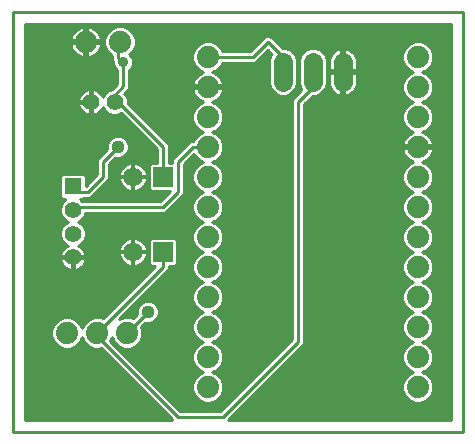
<source format=gtl>
G75*
G70*
%OFA0B0*%
%FSLAX24Y24*%
%IPPOS*%
%LPD*%
%AMOC8*
5,1,8,0,0,1.08239X$1,22.5*
%
%ADD10C,0.0100*%
%ADD11C,0.0740*%
%ADD12C,0.0640*%
%ADD13R,0.0650X0.0650*%
%ADD14C,0.0650*%
%ADD15C,0.0560*%
%ADD16R,0.0555X0.0555*%
%ADD17C,0.0555*%
%ADD18C,0.0440*%
%ADD19C,0.0360*%
D10*
X000300Y000325D02*
X015300Y000325D01*
X015300Y014325D01*
X000300Y014325D01*
X000300Y000325D01*
X000700Y000725D02*
X000700Y013925D01*
X014900Y013925D01*
X014900Y000725D01*
X007483Y000725D01*
X009883Y003125D01*
X010000Y003242D01*
X010000Y011242D01*
X010293Y011535D01*
X010393Y011535D01*
X010566Y011607D01*
X010698Y011739D01*
X010770Y011912D01*
X010770Y012738D01*
X010698Y012911D01*
X010566Y013043D01*
X010393Y013115D01*
X010207Y013115D01*
X010034Y013043D01*
X009902Y012911D01*
X009830Y012738D01*
X009830Y011912D01*
X009902Y011739D01*
X009916Y011724D01*
X009600Y011408D01*
X009600Y003408D01*
X007217Y001025D01*
X005883Y001025D01*
X003552Y003356D01*
X003600Y003473D01*
X003659Y003330D01*
X003805Y003184D01*
X003997Y003105D01*
X004203Y003105D01*
X004395Y003184D01*
X004541Y003330D01*
X004620Y003522D01*
X004620Y003728D01*
X004581Y003823D01*
X004717Y003959D01*
X004726Y003955D01*
X004874Y003955D01*
X005010Y004011D01*
X005114Y004115D01*
X005170Y004251D01*
X005170Y004399D01*
X005114Y004535D01*
X005010Y004639D01*
X004874Y004695D01*
X004726Y004695D01*
X004590Y004639D01*
X004486Y004535D01*
X004430Y004399D01*
X004430Y004251D01*
X004434Y004242D01*
X004298Y004106D01*
X004203Y004145D01*
X003997Y004145D01*
X003837Y004079D01*
X005383Y005625D01*
X005500Y005742D01*
X005500Y005850D01*
X005687Y005850D01*
X005775Y005938D01*
X005775Y006712D01*
X005687Y006800D01*
X004913Y006800D01*
X004825Y006712D01*
X004825Y005938D01*
X004913Y005850D01*
X005042Y005850D01*
X003298Y004106D01*
X003203Y004145D01*
X002997Y004145D01*
X002805Y004066D01*
X002659Y003920D01*
X002600Y003777D01*
X002541Y003920D01*
X002395Y004066D01*
X002203Y004145D01*
X001997Y004145D01*
X001805Y004066D01*
X001659Y003920D01*
X001580Y003728D01*
X001580Y003522D01*
X001659Y003330D01*
X001805Y003184D01*
X001997Y003105D01*
X002203Y003105D01*
X002395Y003184D01*
X002541Y003330D01*
X002600Y003473D01*
X002659Y003330D01*
X002805Y003184D01*
X002997Y003105D01*
X003203Y003105D01*
X003227Y003115D01*
X005600Y000742D01*
X005617Y000725D01*
X000700Y000725D01*
X000700Y000818D02*
X005525Y000818D01*
X005426Y000916D02*
X000700Y000916D01*
X000700Y001015D02*
X005328Y001015D01*
X005229Y001113D02*
X000700Y001113D01*
X000700Y001212D02*
X005131Y001212D01*
X005032Y001310D02*
X000700Y001310D01*
X000700Y001409D02*
X004934Y001409D01*
X004835Y001507D02*
X000700Y001507D01*
X000700Y001606D02*
X004737Y001606D01*
X004638Y001704D02*
X000700Y001704D01*
X000700Y001803D02*
X004540Y001803D01*
X004441Y001901D02*
X000700Y001901D01*
X000700Y002000D02*
X004343Y002000D01*
X004244Y002098D02*
X000700Y002098D01*
X000700Y002197D02*
X004146Y002197D01*
X004047Y002295D02*
X000700Y002295D01*
X000700Y002394D02*
X003949Y002394D01*
X003850Y002492D02*
X000700Y002492D01*
X000700Y002591D02*
X003752Y002591D01*
X003653Y002689D02*
X000700Y002689D01*
X000700Y002788D02*
X003555Y002788D01*
X003456Y002886D02*
X000700Y002886D01*
X000700Y002985D02*
X003358Y002985D01*
X003259Y003083D02*
X000700Y003083D01*
X000700Y003182D02*
X001812Y003182D01*
X001710Y003280D02*
X000700Y003280D01*
X000700Y003379D02*
X001639Y003379D01*
X001598Y003477D02*
X000700Y003477D01*
X000700Y003576D02*
X001580Y003576D01*
X001580Y003674D02*
X000700Y003674D01*
X000700Y003773D02*
X001598Y003773D01*
X001639Y003871D02*
X000700Y003871D01*
X000700Y003970D02*
X001709Y003970D01*
X001811Y004068D02*
X000700Y004068D01*
X000700Y004167D02*
X003359Y004167D01*
X003457Y004265D02*
X000700Y004265D01*
X000700Y004364D02*
X003556Y004364D01*
X003654Y004462D02*
X000700Y004462D01*
X000700Y004561D02*
X003753Y004561D01*
X003851Y004659D02*
X000700Y004659D01*
X000700Y004758D02*
X003950Y004758D01*
X004048Y004856D02*
X000700Y004856D01*
X000700Y004955D02*
X004147Y004955D01*
X004245Y005053D02*
X000700Y005053D01*
X000700Y005152D02*
X004344Y005152D01*
X004442Y005250D02*
X000700Y005250D01*
X000700Y005349D02*
X004541Y005349D01*
X004639Y005447D02*
X000700Y005447D01*
X000700Y005546D02*
X004738Y005546D01*
X004836Y005644D02*
X000700Y005644D01*
X000700Y005743D02*
X002152Y005743D01*
X002136Y005748D02*
X002200Y005727D01*
X002266Y005716D01*
X002271Y005716D01*
X002271Y006115D01*
X001873Y006115D01*
X001873Y006110D01*
X001883Y006044D01*
X001904Y005980D01*
X001934Y005920D01*
X001974Y005865D01*
X002022Y005818D01*
X002076Y005778D01*
X002136Y005748D01*
X002271Y005743D02*
X002329Y005743D01*
X002329Y005716D02*
X002334Y005716D01*
X002400Y005727D01*
X002464Y005748D01*
X002524Y005778D01*
X002578Y005818D01*
X002626Y005865D01*
X002666Y005920D01*
X002696Y005980D01*
X002717Y006044D01*
X002727Y006110D01*
X002727Y006115D01*
X002329Y006115D01*
X002329Y006173D01*
X002727Y006173D01*
X002727Y006178D01*
X002717Y006244D01*
X002696Y006308D01*
X002666Y006368D01*
X002626Y006422D01*
X002578Y006470D01*
X002524Y006510D01*
X002468Y006538D01*
X002542Y006569D01*
X002662Y006689D01*
X002727Y006846D01*
X002727Y007016D01*
X002662Y007173D01*
X002542Y007294D01*
X002467Y007325D01*
X002542Y007356D01*
X002662Y007477D01*
X002724Y007625D01*
X005383Y007625D01*
X005883Y008125D01*
X006000Y008242D01*
X006000Y009242D01*
X006338Y009581D01*
X006359Y009530D01*
X006505Y009384D01*
X006648Y009325D01*
X006505Y009266D01*
X006359Y009120D01*
X006280Y008928D01*
X006280Y008722D01*
X006359Y008530D01*
X006505Y008384D01*
X006648Y008325D01*
X006505Y008266D01*
X006359Y008120D01*
X006280Y007928D01*
X006280Y007722D01*
X006359Y007530D01*
X006505Y007384D01*
X006648Y007325D01*
X006505Y007266D01*
X006359Y007120D01*
X006280Y006928D01*
X006280Y006722D01*
X006359Y006530D01*
X006505Y006384D01*
X006648Y006325D01*
X006505Y006266D01*
X006359Y006120D01*
X006280Y005928D01*
X006280Y005722D01*
X006359Y005530D01*
X006505Y005384D01*
X006648Y005325D01*
X006505Y005266D01*
X006359Y005120D01*
X006280Y004928D01*
X006280Y004722D01*
X006359Y004530D01*
X006505Y004384D01*
X006648Y004325D01*
X006505Y004266D01*
X006359Y004120D01*
X006280Y003928D01*
X006280Y003722D01*
X006359Y003530D01*
X006505Y003384D01*
X006648Y003325D01*
X006505Y003266D01*
X006359Y003120D01*
X006280Y002928D01*
X006280Y002722D01*
X006359Y002530D01*
X006505Y002384D01*
X006648Y002325D01*
X006505Y002266D01*
X006359Y002120D01*
X006280Y001928D01*
X006280Y001722D01*
X006359Y001530D01*
X006505Y001384D01*
X006697Y001305D01*
X006903Y001305D01*
X007095Y001384D01*
X007241Y001530D01*
X007320Y001722D01*
X007320Y001928D01*
X007241Y002120D01*
X007095Y002266D01*
X006952Y002325D01*
X007095Y002384D01*
X007241Y002530D01*
X007320Y002722D01*
X007320Y002928D01*
X007241Y003120D01*
X007095Y003266D01*
X006952Y003325D01*
X007095Y003384D01*
X007241Y003530D01*
X007320Y003722D01*
X007320Y003928D01*
X007241Y004120D01*
X007095Y004266D01*
X006952Y004325D01*
X007095Y004384D01*
X007241Y004530D01*
X007320Y004722D01*
X007320Y004928D01*
X007241Y005120D01*
X007095Y005266D01*
X006952Y005325D01*
X007095Y005384D01*
X007241Y005530D01*
X007320Y005722D01*
X007320Y005928D01*
X007241Y006120D01*
X007095Y006266D01*
X006952Y006325D01*
X007095Y006384D01*
X007241Y006530D01*
X007320Y006722D01*
X007320Y006928D01*
X007241Y007120D01*
X007095Y007266D01*
X006952Y007325D01*
X007095Y007384D01*
X007241Y007530D01*
X007320Y007722D01*
X007320Y007928D01*
X007241Y008120D01*
X007095Y008266D01*
X006952Y008325D01*
X007095Y008384D01*
X007241Y008530D01*
X007320Y008722D01*
X007320Y008928D01*
X007241Y009120D01*
X007095Y009266D01*
X006952Y009325D01*
X007095Y009384D01*
X007241Y009530D01*
X007320Y009722D01*
X007320Y009928D01*
X007241Y010120D01*
X007095Y010266D01*
X006952Y010325D01*
X007095Y010384D01*
X007241Y010530D01*
X007320Y010722D01*
X007320Y010928D01*
X007241Y011120D01*
X007095Y011266D01*
X006948Y011326D01*
X007000Y011343D01*
X007073Y011380D01*
X007139Y011428D01*
X007197Y011486D01*
X007245Y011552D01*
X007282Y011625D01*
X007307Y011703D01*
X007319Y011775D01*
X006850Y011775D01*
X006850Y011875D01*
X007319Y011875D01*
X007307Y011947D01*
X007282Y012025D01*
X007245Y012098D01*
X007197Y012164D01*
X007139Y012222D01*
X007073Y012270D01*
X007000Y012307D01*
X006948Y012324D01*
X007095Y012384D01*
X007241Y012530D01*
X007280Y012625D01*
X008383Y012625D01*
X008800Y013042D01*
X008916Y012926D01*
X008902Y012911D01*
X008830Y012738D01*
X008830Y011912D01*
X008902Y011739D01*
X009034Y011607D01*
X009207Y011535D01*
X009393Y011535D01*
X009566Y011607D01*
X009698Y011739D01*
X009770Y011912D01*
X009770Y012738D01*
X009698Y012911D01*
X009566Y013043D01*
X009393Y013115D01*
X009293Y013115D01*
X008883Y013525D01*
X008717Y013525D01*
X008600Y013408D01*
X008217Y013025D01*
X007280Y013025D01*
X007241Y013120D01*
X007095Y013266D01*
X006903Y013345D01*
X006697Y013345D01*
X006505Y013266D01*
X006359Y013120D01*
X006280Y012928D01*
X006280Y012722D01*
X006359Y012530D01*
X006505Y012384D01*
X006652Y012324D01*
X006600Y012307D01*
X006527Y012270D01*
X006461Y012222D01*
X006403Y012164D01*
X006355Y012098D01*
X006318Y012025D01*
X006293Y011947D01*
X006281Y011875D01*
X006750Y011875D01*
X006750Y011775D01*
X006281Y011775D01*
X006293Y011703D01*
X006318Y011625D01*
X006355Y011552D01*
X006403Y011486D01*
X006461Y011428D01*
X006527Y011380D01*
X006600Y011343D01*
X006652Y011326D01*
X006505Y011266D01*
X006359Y011120D01*
X006280Y010928D01*
X006280Y010722D01*
X006359Y010530D01*
X006505Y010384D01*
X006648Y010325D01*
X006505Y010266D01*
X006359Y010120D01*
X006320Y010025D01*
X006217Y010025D01*
X005600Y009408D01*
X005600Y009300D01*
X005500Y009300D01*
X005500Y009908D01*
X004124Y011284D01*
X004124Y011411D01*
X004058Y011569D01*
X004022Y011604D01*
X004063Y011645D01*
X004180Y011762D01*
X004180Y012378D01*
X004260Y012458D01*
X004310Y012579D01*
X004310Y012711D01*
X004260Y012832D01*
X004186Y012906D01*
X004311Y013030D01*
X004390Y013222D01*
X004390Y013428D01*
X004311Y013620D01*
X004165Y013766D01*
X003973Y013845D01*
X003767Y013845D01*
X003575Y013766D01*
X003429Y013620D01*
X003350Y013428D01*
X003350Y013222D01*
X003429Y013030D01*
X003575Y012884D01*
X003620Y012866D01*
X003620Y012722D01*
X003650Y012692D01*
X003650Y012579D01*
X003700Y012458D01*
X003780Y012378D01*
X003780Y011928D01*
X003606Y011754D01*
X003450Y011690D01*
X003329Y011569D01*
X003300Y011499D01*
X003274Y011550D01*
X003234Y011605D01*
X003186Y011653D01*
X003132Y011693D01*
X003071Y011723D01*
X003007Y011744D01*
X002940Y011755D01*
X002935Y011755D01*
X002935Y011354D01*
X002878Y011354D01*
X002878Y011755D01*
X002872Y011755D01*
X002806Y011744D01*
X002741Y011723D01*
X002681Y011693D01*
X002626Y011653D01*
X002578Y011605D01*
X002539Y011550D01*
X002508Y011490D01*
X002487Y011426D01*
X002476Y011359D01*
X002476Y011354D01*
X002878Y011354D01*
X002878Y011296D01*
X002935Y011296D01*
X002935Y010895D01*
X002940Y010895D01*
X003007Y010906D01*
X003071Y010927D01*
X003132Y010957D01*
X003186Y010997D01*
X003234Y011045D01*
X003274Y011100D01*
X003300Y011151D01*
X003329Y011081D01*
X003450Y010960D01*
X003608Y010895D01*
X003779Y010895D01*
X003898Y010944D01*
X005100Y009742D01*
X005100Y009300D01*
X004913Y009300D01*
X004825Y009212D01*
X004825Y008438D01*
X004913Y008350D01*
X005542Y008350D01*
X005217Y008025D01*
X002598Y008025D01*
X002545Y008079D01*
X002640Y008079D01*
X002686Y008125D01*
X002883Y008125D01*
X003383Y008625D01*
X003500Y008742D01*
X003500Y009242D01*
X003717Y009459D01*
X003726Y009455D01*
X003874Y009455D01*
X004010Y009511D01*
X004114Y009615D01*
X004170Y009751D01*
X004170Y009899D01*
X004114Y010035D01*
X004010Y010139D01*
X003874Y010195D01*
X003726Y010195D01*
X003590Y010139D01*
X003486Y010035D01*
X003430Y009899D01*
X003430Y009751D01*
X003434Y009742D01*
X003100Y009408D01*
X003100Y008908D01*
X002727Y008535D01*
X002727Y008846D01*
X002640Y008934D01*
X001960Y008934D01*
X001873Y008846D01*
X001873Y008166D01*
X001960Y008079D01*
X002055Y008079D01*
X001938Y007961D01*
X001873Y007804D01*
X001873Y007634D01*
X001938Y007477D01*
X002058Y007356D01*
X002133Y007325D01*
X002058Y007294D01*
X001938Y007173D01*
X001873Y007016D01*
X001873Y006846D01*
X001938Y006689D01*
X002058Y006569D01*
X002132Y006538D01*
X002076Y006510D01*
X002022Y006470D01*
X001974Y006422D01*
X001934Y006368D01*
X001904Y006308D01*
X001883Y006244D01*
X001873Y006178D01*
X001873Y006173D01*
X002271Y006173D01*
X002271Y006115D01*
X002329Y006115D01*
X002329Y005716D01*
X002448Y005743D02*
X004935Y005743D01*
X005033Y005841D02*
X002602Y005841D01*
X002676Y005940D02*
X004022Y005940D01*
X004051Y005919D02*
X004118Y005885D01*
X004189Y005862D01*
X004263Y005850D01*
X004281Y005850D01*
X004281Y006306D01*
X004319Y006306D01*
X004319Y006344D01*
X004775Y006344D01*
X004775Y006362D01*
X004763Y006436D01*
X004740Y006507D01*
X004706Y006574D01*
X004662Y006634D01*
X004609Y006687D01*
X004549Y006731D01*
X004482Y006765D01*
X004411Y006788D01*
X004337Y006800D01*
X004319Y006800D01*
X004319Y006344D01*
X004281Y006344D01*
X004281Y006800D01*
X004263Y006800D01*
X004189Y006788D01*
X004118Y006765D01*
X004051Y006731D01*
X003991Y006687D01*
X003938Y006634D01*
X003894Y006574D01*
X003860Y006507D01*
X003837Y006436D01*
X003825Y006362D01*
X003825Y006344D01*
X004281Y006344D01*
X004281Y006306D01*
X003825Y006306D01*
X003825Y006288D01*
X003837Y006214D01*
X003860Y006143D01*
X003894Y006076D01*
X003938Y006016D01*
X003991Y005963D01*
X004051Y005919D01*
X003921Y006038D02*
X002715Y006038D01*
X002718Y006235D02*
X003833Y006235D01*
X003863Y006137D02*
X002329Y006137D01*
X002271Y006137D02*
X000700Y006137D01*
X000700Y006235D02*
X001882Y006235D01*
X001917Y006334D02*
X000700Y006334D01*
X000700Y006432D02*
X001984Y006432D01*
X002117Y006531D02*
X000700Y006531D01*
X000700Y006629D02*
X001998Y006629D01*
X001922Y006728D02*
X000700Y006728D01*
X000700Y006826D02*
X001881Y006826D01*
X001873Y006925D02*
X000700Y006925D01*
X000700Y007023D02*
X001875Y007023D01*
X001916Y007122D02*
X000700Y007122D01*
X000700Y007220D02*
X001984Y007220D01*
X002118Y007319D02*
X000700Y007319D01*
X000700Y007417D02*
X001997Y007417D01*
X001921Y007516D02*
X000700Y007516D01*
X000700Y007614D02*
X001881Y007614D01*
X001873Y007713D02*
X000700Y007713D01*
X000700Y007811D02*
X001876Y007811D01*
X001916Y007910D02*
X000700Y007910D01*
X000700Y008008D02*
X001985Y008008D01*
X001932Y008107D02*
X000700Y008107D01*
X000700Y008205D02*
X001873Y008205D01*
X001873Y008304D02*
X000700Y008304D01*
X000700Y008402D02*
X001873Y008402D01*
X001873Y008501D02*
X000700Y008501D01*
X000700Y008599D02*
X001873Y008599D01*
X001873Y008698D02*
X000700Y008698D01*
X000700Y008796D02*
X001873Y008796D01*
X001921Y008895D02*
X000700Y008895D01*
X000700Y008993D02*
X003100Y008993D01*
X003100Y009092D02*
X000700Y009092D01*
X000700Y009190D02*
X003100Y009190D01*
X003100Y009289D02*
X000700Y009289D01*
X000700Y009387D02*
X003100Y009387D01*
X003178Y009486D02*
X000700Y009486D01*
X000700Y009584D02*
X003276Y009584D01*
X003375Y009683D02*
X000700Y009683D01*
X000700Y009781D02*
X003430Y009781D01*
X003430Y009880D02*
X000700Y009880D01*
X000700Y009978D02*
X003463Y009978D01*
X003528Y010077D02*
X000700Y010077D01*
X000700Y010175D02*
X003678Y010175D01*
X003922Y010175D02*
X004667Y010175D01*
X004569Y010274D02*
X000700Y010274D01*
X000700Y010372D02*
X004470Y010372D01*
X004372Y010471D02*
X000700Y010471D01*
X000700Y010569D02*
X004273Y010569D01*
X004175Y010668D02*
X000700Y010668D01*
X000700Y010766D02*
X004076Y010766D01*
X003978Y010865D02*
X000700Y010865D01*
X000700Y010963D02*
X002673Y010963D01*
X002681Y010957D02*
X002741Y010927D01*
X002806Y010906D01*
X002872Y010895D01*
X002878Y010895D01*
X002878Y011296D01*
X002476Y011296D01*
X002476Y011291D01*
X002487Y011224D01*
X002508Y011160D01*
X002539Y011100D01*
X002578Y011045D01*
X002626Y010997D01*
X002681Y010957D01*
X002566Y011062D02*
X000700Y011062D01*
X000700Y011160D02*
X002508Y011160D01*
X002481Y011259D02*
X000700Y011259D01*
X000700Y011357D02*
X002476Y011357D01*
X002497Y011456D02*
X000700Y011456D01*
X000700Y011554D02*
X002541Y011554D01*
X002626Y011653D02*
X000700Y011653D01*
X000700Y011751D02*
X002847Y011751D01*
X002878Y011751D02*
X002935Y011751D01*
X002965Y011751D02*
X003599Y011751D01*
X003702Y011850D02*
X000700Y011850D01*
X000700Y011948D02*
X003780Y011948D01*
X003780Y012047D02*
X000700Y012047D01*
X000700Y012145D02*
X003780Y012145D01*
X003780Y012244D02*
X000700Y012244D01*
X000700Y012342D02*
X003780Y012342D01*
X003718Y012441D02*
X000700Y012441D01*
X000700Y012539D02*
X003667Y012539D01*
X003650Y012638D02*
X000700Y012638D01*
X000700Y012736D02*
X003620Y012736D01*
X003620Y012835D02*
X002903Y012835D01*
X002930Y012843D02*
X003003Y012880D01*
X003069Y012928D01*
X003127Y012986D01*
X003175Y013052D01*
X003212Y013125D01*
X003237Y013203D01*
X003249Y013275D01*
X002780Y013275D01*
X002780Y013375D01*
X002680Y013375D01*
X002680Y013844D01*
X002608Y013832D01*
X002530Y013807D01*
X002457Y013770D01*
X002391Y013722D01*
X002333Y013664D01*
X002285Y013598D01*
X002248Y013525D01*
X002223Y013447D01*
X002211Y013375D01*
X002680Y013375D01*
X002680Y013275D01*
X002211Y013275D01*
X002223Y013203D01*
X002248Y013125D01*
X002285Y013052D01*
X002333Y012986D01*
X002391Y012928D01*
X002457Y012880D01*
X002530Y012843D01*
X002608Y012818D01*
X002680Y012806D01*
X002680Y013275D01*
X002780Y013275D01*
X002780Y012806D01*
X002852Y012818D01*
X002930Y012843D01*
X002780Y012835D02*
X002680Y012835D01*
X002680Y012933D02*
X002780Y012933D01*
X002780Y013032D02*
X002680Y013032D01*
X002680Y013130D02*
X002780Y013130D01*
X002780Y013229D02*
X002680Y013229D01*
X002680Y013327D02*
X000700Y013327D01*
X000700Y013229D02*
X002219Y013229D01*
X002247Y013130D02*
X000700Y013130D01*
X000700Y013032D02*
X002300Y013032D01*
X002387Y012933D02*
X000700Y012933D01*
X000700Y012835D02*
X002557Y012835D01*
X003073Y012933D02*
X003527Y012933D01*
X003429Y013032D02*
X003160Y013032D01*
X003213Y013130D02*
X003388Y013130D01*
X003350Y013229D02*
X003241Y013229D01*
X003249Y013375D02*
X003237Y013447D01*
X003212Y013525D01*
X003175Y013598D01*
X003127Y013664D01*
X003069Y013722D01*
X003003Y013770D01*
X002930Y013807D01*
X002852Y013832D01*
X002780Y013844D01*
X002780Y013375D01*
X003249Y013375D01*
X003241Y013426D02*
X003350Y013426D01*
X003350Y013327D02*
X002780Y013327D01*
X002780Y013426D02*
X002680Y013426D01*
X002680Y013524D02*
X002780Y013524D01*
X002780Y013623D02*
X002680Y013623D01*
X002680Y013721D02*
X002780Y013721D01*
X002780Y013820D02*
X002680Y013820D01*
X002569Y013820D02*
X000700Y013820D01*
X000700Y013918D02*
X014900Y013918D01*
X014900Y013820D02*
X004035Y013820D01*
X004209Y013721D02*
X014900Y013721D01*
X014900Y013623D02*
X004308Y013623D01*
X004350Y013524D02*
X008716Y013524D01*
X008618Y013426D02*
X004390Y013426D01*
X004390Y013327D02*
X006653Y013327D01*
X006468Y013229D02*
X004390Y013229D01*
X004352Y013130D02*
X006370Y013130D01*
X006323Y013032D02*
X004311Y013032D01*
X004213Y012933D02*
X006282Y012933D01*
X006280Y012835D02*
X004257Y012835D01*
X004299Y012736D02*
X006280Y012736D01*
X006315Y012638D02*
X004310Y012638D01*
X004293Y012539D02*
X006356Y012539D01*
X006449Y012441D02*
X004242Y012441D01*
X004180Y012342D02*
X006607Y012342D01*
X006491Y012244D02*
X004180Y012244D01*
X004180Y012145D02*
X006390Y012145D01*
X006329Y012047D02*
X004180Y012047D01*
X004180Y011948D02*
X006293Y011948D01*
X006285Y011751D02*
X004169Y011751D01*
X004180Y011850D02*
X006750Y011850D01*
X006850Y011850D02*
X008856Y011850D01*
X008830Y011948D02*
X007307Y011948D01*
X007271Y012047D02*
X008830Y012047D01*
X008830Y012145D02*
X007210Y012145D01*
X007109Y012244D02*
X008830Y012244D01*
X008830Y012342D02*
X006993Y012342D01*
X007151Y012441D02*
X008830Y012441D01*
X008830Y012539D02*
X007244Y012539D01*
X006800Y012825D02*
X008300Y012825D01*
X008800Y013325D01*
X009300Y012825D01*
X009300Y012325D01*
X009770Y012342D02*
X009830Y012342D01*
X009830Y012244D02*
X009770Y012244D01*
X009770Y012145D02*
X009830Y012145D01*
X009830Y012047D02*
X009770Y012047D01*
X009770Y011948D02*
X009830Y011948D01*
X009856Y011850D02*
X009744Y011850D01*
X009704Y011751D02*
X009896Y011751D01*
X009845Y011653D02*
X009612Y011653D01*
X009746Y011554D02*
X009439Y011554D01*
X009648Y011456D02*
X007166Y011456D01*
X007246Y011554D02*
X009161Y011554D01*
X008988Y011653D02*
X007291Y011653D01*
X007315Y011751D02*
X008896Y011751D01*
X009600Y011357D02*
X007027Y011357D01*
X007102Y011259D02*
X009600Y011259D01*
X009600Y011160D02*
X007200Y011160D01*
X007265Y011062D02*
X009600Y011062D01*
X009600Y010963D02*
X007306Y010963D01*
X007320Y010865D02*
X009600Y010865D01*
X009600Y010766D02*
X007320Y010766D01*
X007298Y010668D02*
X009600Y010668D01*
X009600Y010569D02*
X007257Y010569D01*
X007181Y010471D02*
X009600Y010471D01*
X009600Y010372D02*
X007065Y010372D01*
X007076Y010274D02*
X009600Y010274D01*
X009600Y010175D02*
X007185Y010175D01*
X007259Y010077D02*
X009600Y010077D01*
X009600Y009978D02*
X007299Y009978D01*
X007320Y009880D02*
X009600Y009880D01*
X009600Y009781D02*
X007320Y009781D01*
X007304Y009683D02*
X009600Y009683D01*
X009600Y009584D02*
X007263Y009584D01*
X007196Y009486D02*
X009600Y009486D01*
X009600Y009387D02*
X007097Y009387D01*
X007040Y009289D02*
X009600Y009289D01*
X009600Y009190D02*
X007170Y009190D01*
X007252Y009092D02*
X009600Y009092D01*
X009600Y008993D02*
X007293Y008993D01*
X007320Y008895D02*
X009600Y008895D01*
X009600Y008796D02*
X007320Y008796D01*
X007310Y008698D02*
X009600Y008698D01*
X009600Y008599D02*
X007269Y008599D01*
X007211Y008501D02*
X009600Y008501D01*
X009600Y008402D02*
X007112Y008402D01*
X007004Y008304D02*
X009600Y008304D01*
X009600Y008205D02*
X007155Y008205D01*
X007246Y008107D02*
X009600Y008107D01*
X009600Y008008D02*
X007287Y008008D01*
X007320Y007910D02*
X009600Y007910D01*
X009600Y007811D02*
X007320Y007811D01*
X007316Y007713D02*
X009600Y007713D01*
X009600Y007614D02*
X007275Y007614D01*
X007226Y007516D02*
X009600Y007516D01*
X009600Y007417D02*
X007127Y007417D01*
X006967Y007319D02*
X009600Y007319D01*
X009600Y007220D02*
X007140Y007220D01*
X007239Y007122D02*
X009600Y007122D01*
X009600Y007023D02*
X007281Y007023D01*
X007320Y006925D02*
X009600Y006925D01*
X009600Y006826D02*
X007320Y006826D01*
X007320Y006728D02*
X009600Y006728D01*
X009600Y006629D02*
X007282Y006629D01*
X007241Y006531D02*
X009600Y006531D01*
X009600Y006432D02*
X007142Y006432D01*
X006972Y006334D02*
X009600Y006334D01*
X009600Y006235D02*
X007125Y006235D01*
X007224Y006137D02*
X009600Y006137D01*
X009600Y006038D02*
X007275Y006038D01*
X007315Y005940D02*
X009600Y005940D01*
X009600Y005841D02*
X007320Y005841D01*
X007320Y005743D02*
X009600Y005743D01*
X009600Y005644D02*
X007288Y005644D01*
X007247Y005546D02*
X009600Y005546D01*
X009600Y005447D02*
X007157Y005447D01*
X007008Y005349D02*
X009600Y005349D01*
X009600Y005250D02*
X007110Y005250D01*
X007209Y005152D02*
X009600Y005152D01*
X009600Y005053D02*
X007268Y005053D01*
X007309Y004955D02*
X009600Y004955D01*
X009600Y004856D02*
X007320Y004856D01*
X007320Y004758D02*
X009600Y004758D01*
X009600Y004659D02*
X007294Y004659D01*
X007253Y004561D02*
X009600Y004561D01*
X009600Y004462D02*
X007172Y004462D01*
X007045Y004364D02*
X009600Y004364D01*
X009600Y004265D02*
X007095Y004265D01*
X007194Y004167D02*
X009600Y004167D01*
X009600Y004068D02*
X007262Y004068D01*
X007303Y003970D02*
X009600Y003970D01*
X009600Y003871D02*
X007320Y003871D01*
X007320Y003773D02*
X009600Y003773D01*
X009600Y003674D02*
X007300Y003674D01*
X007260Y003576D02*
X009600Y003576D01*
X009600Y003477D02*
X007187Y003477D01*
X007081Y003379D02*
X009571Y003379D01*
X009472Y003280D02*
X007060Y003280D01*
X007179Y003182D02*
X009374Y003182D01*
X009275Y003083D02*
X007256Y003083D01*
X007297Y002985D02*
X009177Y002985D01*
X009078Y002886D02*
X007320Y002886D01*
X007320Y002788D02*
X008980Y002788D01*
X008881Y002689D02*
X007307Y002689D01*
X007266Y002591D02*
X008783Y002591D01*
X008684Y002492D02*
X007202Y002492D01*
X007104Y002394D02*
X008586Y002394D01*
X008487Y002295D02*
X007024Y002295D01*
X007164Y002197D02*
X008389Y002197D01*
X008290Y002098D02*
X007250Y002098D01*
X007291Y002000D02*
X008192Y002000D01*
X008093Y001901D02*
X007320Y001901D01*
X007320Y001803D02*
X007995Y001803D01*
X007896Y001704D02*
X007313Y001704D01*
X007272Y001606D02*
X007798Y001606D01*
X007699Y001507D02*
X007217Y001507D01*
X007119Y001409D02*
X007601Y001409D01*
X007502Y001310D02*
X006916Y001310D01*
X006684Y001310D02*
X005598Y001310D01*
X005696Y001212D02*
X007404Y001212D01*
X007305Y001113D02*
X005795Y001113D01*
X005800Y000825D02*
X007300Y000825D01*
X009800Y003325D01*
X009800Y011325D01*
X010300Y011825D01*
X010300Y012325D01*
X010770Y012342D02*
X011250Y012342D01*
X011250Y012375D02*
X011250Y012275D01*
X010830Y012275D01*
X010830Y011968D01*
X010842Y011895D01*
X010864Y011825D01*
X010898Y011759D01*
X010942Y011699D01*
X010994Y011647D01*
X011054Y011603D01*
X011120Y011569D01*
X011190Y011547D01*
X011250Y011537D01*
X011250Y012275D01*
X011350Y012275D01*
X011350Y012375D01*
X011250Y012375D01*
X011250Y013113D01*
X011190Y013103D01*
X011120Y013081D01*
X011054Y013047D01*
X010994Y013003D01*
X010942Y012951D01*
X010898Y012891D01*
X010864Y012825D01*
X010842Y012755D01*
X010830Y012682D01*
X010830Y012375D01*
X011250Y012375D01*
X011250Y012441D02*
X011350Y012441D01*
X011350Y012375D02*
X011350Y013113D01*
X011410Y013103D01*
X011480Y013081D01*
X011546Y013047D01*
X011606Y013003D01*
X011658Y012951D01*
X011702Y012891D01*
X011736Y012825D01*
X011758Y012755D01*
X011770Y012682D01*
X011770Y012375D01*
X011350Y012375D01*
X011350Y012342D02*
X013607Y012342D01*
X013648Y012325D02*
X013505Y012266D01*
X013359Y012120D01*
X013280Y011928D01*
X013280Y011722D01*
X013359Y011530D01*
X013505Y011384D01*
X013648Y011325D01*
X013505Y011266D01*
X013359Y011120D01*
X013280Y010928D01*
X013280Y010722D01*
X013359Y010530D01*
X013505Y010384D01*
X013652Y010324D01*
X013600Y010307D01*
X013527Y010270D01*
X013461Y010222D01*
X013403Y010164D01*
X013355Y010098D01*
X013318Y010025D01*
X013293Y009947D01*
X013281Y009875D01*
X013750Y009875D01*
X013750Y009775D01*
X013281Y009775D01*
X013293Y009703D01*
X013318Y009625D01*
X013355Y009552D01*
X013403Y009486D01*
X013461Y009428D01*
X013527Y009380D01*
X013600Y009343D01*
X013652Y009326D01*
X013505Y009266D01*
X013359Y009120D01*
X013280Y008928D01*
X013280Y008722D01*
X013359Y008530D01*
X013505Y008384D01*
X013648Y008325D01*
X013505Y008266D01*
X013359Y008120D01*
X013280Y007928D01*
X013280Y007722D01*
X013359Y007530D01*
X013505Y007384D01*
X013648Y007325D01*
X013505Y007266D01*
X013359Y007120D01*
X013280Y006928D01*
X013280Y006722D01*
X013359Y006530D01*
X013505Y006384D01*
X013648Y006325D01*
X013505Y006266D01*
X013359Y006120D01*
X013280Y005928D01*
X013280Y005722D01*
X013359Y005530D01*
X013505Y005384D01*
X013648Y005325D01*
X013505Y005266D01*
X013359Y005120D01*
X013280Y004928D01*
X013280Y004722D01*
X013359Y004530D01*
X013505Y004384D01*
X013648Y004325D01*
X013505Y004266D01*
X013359Y004120D01*
X013280Y003928D01*
X013280Y003722D01*
X013359Y003530D01*
X013505Y003384D01*
X013648Y003325D01*
X013505Y003266D01*
X013359Y003120D01*
X013280Y002928D01*
X013280Y002722D01*
X013359Y002530D01*
X013505Y002384D01*
X013648Y002325D01*
X013505Y002266D01*
X013359Y002120D01*
X013280Y001928D01*
X013280Y001722D01*
X013359Y001530D01*
X013505Y001384D01*
X013697Y001305D01*
X013903Y001305D01*
X014095Y001384D01*
X014241Y001530D01*
X014320Y001722D01*
X014320Y001928D01*
X014241Y002120D01*
X014095Y002266D01*
X013952Y002325D01*
X014095Y002384D01*
X014241Y002530D01*
X014320Y002722D01*
X014320Y002928D01*
X014241Y003120D01*
X014095Y003266D01*
X013952Y003325D01*
X014095Y003384D01*
X014241Y003530D01*
X014320Y003722D01*
X014320Y003928D01*
X014241Y004120D01*
X014095Y004266D01*
X013952Y004325D01*
X014095Y004384D01*
X014241Y004530D01*
X014320Y004722D01*
X014320Y004928D01*
X014241Y005120D01*
X014095Y005266D01*
X013952Y005325D01*
X014095Y005384D01*
X014241Y005530D01*
X014320Y005722D01*
X014320Y005928D01*
X014241Y006120D01*
X014095Y006266D01*
X013952Y006325D01*
X014095Y006384D01*
X014241Y006530D01*
X014320Y006722D01*
X014320Y006928D01*
X014241Y007120D01*
X014095Y007266D01*
X013952Y007325D01*
X014095Y007384D01*
X014241Y007530D01*
X014320Y007722D01*
X014320Y007928D01*
X014241Y008120D01*
X014095Y008266D01*
X013952Y008325D01*
X014095Y008384D01*
X014241Y008530D01*
X014320Y008722D01*
X014320Y008928D01*
X014241Y009120D01*
X014095Y009266D01*
X013948Y009326D01*
X014000Y009343D01*
X014073Y009380D01*
X014139Y009428D01*
X014197Y009486D01*
X014245Y009552D01*
X014282Y009625D01*
X014307Y009703D01*
X014319Y009775D01*
X013850Y009775D01*
X013850Y009875D01*
X014319Y009875D01*
X014307Y009947D01*
X014282Y010025D01*
X014245Y010098D01*
X014197Y010164D01*
X014139Y010222D01*
X014073Y010270D01*
X014000Y010307D01*
X013948Y010324D01*
X014095Y010384D01*
X014241Y010530D01*
X014320Y010722D01*
X014320Y010928D01*
X014241Y011120D01*
X014095Y011266D01*
X013952Y011325D01*
X014095Y011384D01*
X014241Y011530D01*
X014320Y011722D01*
X014320Y011928D01*
X014241Y012120D01*
X014095Y012266D01*
X013952Y012325D01*
X014095Y012384D01*
X014241Y012530D01*
X014320Y012722D01*
X014320Y012928D01*
X014241Y013120D01*
X014095Y013266D01*
X013903Y013345D01*
X013697Y013345D01*
X013505Y013266D01*
X013359Y013120D01*
X013280Y012928D01*
X013280Y012722D01*
X013359Y012530D01*
X013505Y012384D01*
X013648Y012325D01*
X013483Y012244D02*
X011770Y012244D01*
X011770Y012275D02*
X011350Y012275D01*
X011350Y011537D01*
X011410Y011547D01*
X011480Y011569D01*
X011546Y011603D01*
X011606Y011647D01*
X011658Y011699D01*
X011702Y011759D01*
X011736Y011825D01*
X011758Y011895D01*
X011770Y011968D01*
X011770Y012275D01*
X011770Y012145D02*
X013385Y012145D01*
X013329Y012047D02*
X011770Y012047D01*
X011767Y011948D02*
X013288Y011948D01*
X013280Y011850D02*
X011744Y011850D01*
X011696Y011751D02*
X013280Y011751D01*
X013309Y011653D02*
X011612Y011653D01*
X011433Y011554D02*
X013349Y011554D01*
X013434Y011456D02*
X010213Y011456D01*
X010115Y011357D02*
X013571Y011357D01*
X013498Y011259D02*
X010016Y011259D01*
X010000Y011160D02*
X013400Y011160D01*
X013335Y011062D02*
X010000Y011062D01*
X010000Y010963D02*
X013294Y010963D01*
X013280Y010865D02*
X010000Y010865D01*
X010000Y010766D02*
X013280Y010766D01*
X013302Y010668D02*
X010000Y010668D01*
X010000Y010569D02*
X013343Y010569D01*
X013419Y010471D02*
X010000Y010471D01*
X010000Y010372D02*
X013535Y010372D01*
X013535Y010274D02*
X010000Y010274D01*
X010000Y010175D02*
X013415Y010175D01*
X013345Y010077D02*
X010000Y010077D01*
X010000Y009978D02*
X013303Y009978D01*
X013282Y009880D02*
X010000Y009880D01*
X010000Y009781D02*
X013750Y009781D01*
X013850Y009781D02*
X014900Y009781D01*
X014900Y009683D02*
X014300Y009683D01*
X014261Y009584D02*
X014900Y009584D01*
X014900Y009486D02*
X014196Y009486D01*
X014082Y009387D02*
X014900Y009387D01*
X014900Y009289D02*
X014040Y009289D01*
X014170Y009190D02*
X014900Y009190D01*
X014900Y009092D02*
X014252Y009092D01*
X014293Y008993D02*
X014900Y008993D01*
X014900Y008895D02*
X014320Y008895D01*
X014320Y008796D02*
X014900Y008796D01*
X014900Y008698D02*
X014310Y008698D01*
X014269Y008599D02*
X014900Y008599D01*
X014900Y008501D02*
X014211Y008501D01*
X014112Y008402D02*
X014900Y008402D01*
X014900Y008304D02*
X014004Y008304D01*
X014155Y008205D02*
X014900Y008205D01*
X014900Y008107D02*
X014246Y008107D01*
X014287Y008008D02*
X014900Y008008D01*
X014900Y007910D02*
X014320Y007910D01*
X014320Y007811D02*
X014900Y007811D01*
X014900Y007713D02*
X014316Y007713D01*
X014275Y007614D02*
X014900Y007614D01*
X014900Y007516D02*
X014226Y007516D01*
X014127Y007417D02*
X014900Y007417D01*
X014900Y007319D02*
X013967Y007319D01*
X014140Y007220D02*
X014900Y007220D01*
X014900Y007122D02*
X014239Y007122D01*
X014281Y007023D02*
X014900Y007023D01*
X014900Y006925D02*
X014320Y006925D01*
X014320Y006826D02*
X014900Y006826D01*
X014900Y006728D02*
X014320Y006728D01*
X014282Y006629D02*
X014900Y006629D01*
X014900Y006531D02*
X014241Y006531D01*
X014142Y006432D02*
X014900Y006432D01*
X014900Y006334D02*
X013972Y006334D01*
X014125Y006235D02*
X014900Y006235D01*
X014900Y006137D02*
X014224Y006137D01*
X014275Y006038D02*
X014900Y006038D01*
X014900Y005940D02*
X014315Y005940D01*
X014320Y005841D02*
X014900Y005841D01*
X014900Y005743D02*
X014320Y005743D01*
X014288Y005644D02*
X014900Y005644D01*
X014900Y005546D02*
X014247Y005546D01*
X014157Y005447D02*
X014900Y005447D01*
X014900Y005349D02*
X014008Y005349D01*
X014110Y005250D02*
X014900Y005250D01*
X014900Y005152D02*
X014209Y005152D01*
X014268Y005053D02*
X014900Y005053D01*
X014900Y004955D02*
X014309Y004955D01*
X014320Y004856D02*
X014900Y004856D01*
X014900Y004758D02*
X014320Y004758D01*
X014294Y004659D02*
X014900Y004659D01*
X014900Y004561D02*
X014253Y004561D01*
X014172Y004462D02*
X014900Y004462D01*
X014900Y004364D02*
X014045Y004364D01*
X014095Y004265D02*
X014900Y004265D01*
X014900Y004167D02*
X014194Y004167D01*
X014262Y004068D02*
X014900Y004068D01*
X014900Y003970D02*
X014303Y003970D01*
X014320Y003871D02*
X014900Y003871D01*
X014900Y003773D02*
X014320Y003773D01*
X014300Y003674D02*
X014900Y003674D01*
X014900Y003576D02*
X014260Y003576D01*
X014187Y003477D02*
X014900Y003477D01*
X014900Y003379D02*
X014081Y003379D01*
X014060Y003280D02*
X014900Y003280D01*
X014900Y003182D02*
X014179Y003182D01*
X014256Y003083D02*
X014900Y003083D01*
X014900Y002985D02*
X014297Y002985D01*
X014320Y002886D02*
X014900Y002886D01*
X014900Y002788D02*
X014320Y002788D01*
X014307Y002689D02*
X014900Y002689D01*
X014900Y002591D02*
X014266Y002591D01*
X014202Y002492D02*
X014900Y002492D01*
X014900Y002394D02*
X014104Y002394D01*
X014024Y002295D02*
X014900Y002295D01*
X014900Y002197D02*
X014164Y002197D01*
X014250Y002098D02*
X014900Y002098D01*
X014900Y002000D02*
X014291Y002000D01*
X014320Y001901D02*
X014900Y001901D01*
X014900Y001803D02*
X014320Y001803D01*
X014313Y001704D02*
X014900Y001704D01*
X014900Y001606D02*
X014272Y001606D01*
X014217Y001507D02*
X014900Y001507D01*
X014900Y001409D02*
X014119Y001409D01*
X013916Y001310D02*
X014900Y001310D01*
X014900Y001212D02*
X007969Y001212D01*
X008068Y001310D02*
X013684Y001310D01*
X013481Y001409D02*
X008166Y001409D01*
X008265Y001507D02*
X013383Y001507D01*
X013328Y001606D02*
X008363Y001606D01*
X008462Y001704D02*
X013287Y001704D01*
X013280Y001803D02*
X008560Y001803D01*
X008659Y001901D02*
X013280Y001901D01*
X013309Y002000D02*
X008757Y002000D01*
X008856Y002098D02*
X013350Y002098D01*
X013436Y002197D02*
X008954Y002197D01*
X009053Y002295D02*
X013576Y002295D01*
X013496Y002394D02*
X009151Y002394D01*
X009250Y002492D02*
X013398Y002492D01*
X013334Y002591D02*
X009348Y002591D01*
X009447Y002689D02*
X013293Y002689D01*
X013280Y002788D02*
X009545Y002788D01*
X009644Y002886D02*
X013280Y002886D01*
X013303Y002985D02*
X009742Y002985D01*
X009841Y003083D02*
X013344Y003083D01*
X013421Y003182D02*
X009939Y003182D01*
X010000Y003280D02*
X013540Y003280D01*
X013519Y003379D02*
X010000Y003379D01*
X010000Y003477D02*
X013413Y003477D01*
X013340Y003576D02*
X010000Y003576D01*
X010000Y003674D02*
X013300Y003674D01*
X013280Y003773D02*
X010000Y003773D01*
X010000Y003871D02*
X013280Y003871D01*
X013297Y003970D02*
X010000Y003970D01*
X010000Y004068D02*
X013338Y004068D01*
X013406Y004167D02*
X010000Y004167D01*
X010000Y004265D02*
X013505Y004265D01*
X013555Y004364D02*
X010000Y004364D01*
X010000Y004462D02*
X013428Y004462D01*
X013347Y004561D02*
X010000Y004561D01*
X010000Y004659D02*
X013306Y004659D01*
X013280Y004758D02*
X010000Y004758D01*
X010000Y004856D02*
X013280Y004856D01*
X013291Y004955D02*
X010000Y004955D01*
X010000Y005053D02*
X013332Y005053D01*
X013391Y005152D02*
X010000Y005152D01*
X010000Y005250D02*
X013490Y005250D01*
X013592Y005349D02*
X010000Y005349D01*
X010000Y005447D02*
X013443Y005447D01*
X013353Y005546D02*
X010000Y005546D01*
X010000Y005644D02*
X013312Y005644D01*
X013280Y005743D02*
X010000Y005743D01*
X010000Y005841D02*
X013280Y005841D01*
X013285Y005940D02*
X010000Y005940D01*
X010000Y006038D02*
X013325Y006038D01*
X013376Y006137D02*
X010000Y006137D01*
X010000Y006235D02*
X013475Y006235D01*
X013628Y006334D02*
X010000Y006334D01*
X010000Y006432D02*
X013458Y006432D01*
X013359Y006531D02*
X010000Y006531D01*
X010000Y006629D02*
X013318Y006629D01*
X013280Y006728D02*
X010000Y006728D01*
X010000Y006826D02*
X013280Y006826D01*
X013280Y006925D02*
X010000Y006925D01*
X010000Y007023D02*
X013319Y007023D01*
X013361Y007122D02*
X010000Y007122D01*
X010000Y007220D02*
X013460Y007220D01*
X013473Y007417D02*
X010000Y007417D01*
X010000Y007319D02*
X013633Y007319D01*
X013374Y007516D02*
X010000Y007516D01*
X010000Y007614D02*
X013325Y007614D01*
X013284Y007713D02*
X010000Y007713D01*
X010000Y007811D02*
X013280Y007811D01*
X013280Y007910D02*
X010000Y007910D01*
X010000Y008008D02*
X013313Y008008D01*
X013354Y008107D02*
X010000Y008107D01*
X010000Y008205D02*
X013445Y008205D01*
X013596Y008304D02*
X010000Y008304D01*
X010000Y008402D02*
X013488Y008402D01*
X013389Y008501D02*
X010000Y008501D01*
X010000Y008599D02*
X013331Y008599D01*
X013290Y008698D02*
X010000Y008698D01*
X010000Y008796D02*
X013280Y008796D01*
X013280Y008895D02*
X010000Y008895D01*
X010000Y008993D02*
X013307Y008993D01*
X013348Y009092D02*
X010000Y009092D01*
X010000Y009190D02*
X013430Y009190D01*
X013560Y009289D02*
X010000Y009289D01*
X010000Y009387D02*
X013518Y009387D01*
X013404Y009486D02*
X010000Y009486D01*
X010000Y009584D02*
X013339Y009584D01*
X013300Y009683D02*
X010000Y009683D01*
X006800Y009825D02*
X006300Y009825D01*
X005800Y009325D01*
X005800Y008325D01*
X005300Y007825D01*
X002300Y007825D01*
X002300Y007719D01*
X002603Y007417D02*
X006473Y007417D01*
X006374Y007516D02*
X002679Y007516D01*
X002719Y007614D02*
X006325Y007614D01*
X006284Y007713D02*
X005470Y007713D01*
X005569Y007811D02*
X006280Y007811D01*
X006280Y007910D02*
X005667Y007910D01*
X005766Y008008D02*
X006313Y008008D01*
X006354Y008107D02*
X005864Y008107D01*
X005963Y008205D02*
X006445Y008205D01*
X006596Y008304D02*
X006000Y008304D01*
X006000Y008402D02*
X006488Y008402D01*
X006389Y008501D02*
X006000Y008501D01*
X006000Y008599D02*
X006331Y008599D01*
X006290Y008698D02*
X006000Y008698D01*
X006000Y008796D02*
X006280Y008796D01*
X006280Y008895D02*
X006000Y008895D01*
X006000Y008993D02*
X006307Y008993D01*
X006348Y009092D02*
X006000Y009092D01*
X006000Y009190D02*
X006430Y009190D01*
X006560Y009289D02*
X006046Y009289D01*
X006145Y009387D02*
X006503Y009387D01*
X006404Y009486D02*
X006243Y009486D01*
X005973Y009781D02*
X005500Y009781D01*
X005500Y009683D02*
X005875Y009683D01*
X005776Y009584D02*
X005500Y009584D01*
X005500Y009486D02*
X005678Y009486D01*
X005600Y009387D02*
X005500Y009387D01*
X005100Y009387D02*
X003645Y009387D01*
X003546Y009289D02*
X004190Y009289D01*
X004189Y009288D02*
X004118Y009265D01*
X004051Y009231D01*
X003991Y009187D01*
X003938Y009134D01*
X003894Y009074D01*
X003860Y009007D01*
X003837Y008936D01*
X003825Y008862D01*
X003825Y008844D01*
X004281Y008844D01*
X004281Y009300D01*
X004263Y009300D01*
X004189Y009288D01*
X004281Y009289D02*
X004319Y009289D01*
X004319Y009300D02*
X004337Y009300D01*
X004411Y009288D01*
X004482Y009265D01*
X004549Y009231D01*
X004609Y009187D01*
X004662Y009134D01*
X004706Y009074D01*
X004740Y009007D01*
X004763Y008936D01*
X004775Y008862D01*
X004775Y008844D01*
X004319Y008844D01*
X004319Y008806D01*
X004775Y008806D01*
X004775Y008788D01*
X004763Y008714D01*
X004740Y008643D01*
X004706Y008576D01*
X004662Y008516D01*
X004609Y008463D01*
X004549Y008419D01*
X004482Y008385D01*
X004411Y008362D01*
X004337Y008350D01*
X004319Y008350D01*
X004319Y008806D01*
X004281Y008806D01*
X004281Y008350D01*
X004263Y008350D01*
X004189Y008362D01*
X004118Y008385D01*
X004051Y008419D01*
X003991Y008463D01*
X003938Y008516D01*
X003894Y008576D01*
X003860Y008643D01*
X003837Y008714D01*
X003825Y008788D01*
X003825Y008806D01*
X004281Y008806D01*
X004281Y008844D01*
X004319Y008844D01*
X004319Y009300D01*
X004410Y009289D02*
X004901Y009289D01*
X004825Y009190D02*
X004606Y009190D01*
X004693Y009092D02*
X004825Y009092D01*
X004825Y008993D02*
X004745Y008993D01*
X004770Y008895D02*
X004825Y008895D01*
X004825Y008796D02*
X004775Y008796D01*
X004758Y008698D02*
X004825Y008698D01*
X004825Y008599D02*
X004718Y008599D01*
X004647Y008501D02*
X004825Y008501D01*
X004861Y008402D02*
X004516Y008402D01*
X004319Y008402D02*
X004281Y008402D01*
X004281Y008501D02*
X004319Y008501D01*
X004319Y008599D02*
X004281Y008599D01*
X004281Y008698D02*
X004319Y008698D01*
X004319Y008796D02*
X004281Y008796D01*
X004281Y008895D02*
X004319Y008895D01*
X004319Y008993D02*
X004281Y008993D01*
X004281Y009092D02*
X004319Y009092D01*
X004319Y009190D02*
X004281Y009190D01*
X003994Y009190D02*
X003500Y009190D01*
X003500Y009092D02*
X003907Y009092D01*
X003855Y008993D02*
X003500Y008993D01*
X003500Y008895D02*
X003830Y008895D01*
X003825Y008796D02*
X003500Y008796D01*
X003455Y008698D02*
X003842Y008698D01*
X003882Y008599D02*
X003357Y008599D01*
X003258Y008501D02*
X003953Y008501D01*
X004084Y008402D02*
X003160Y008402D01*
X003061Y008304D02*
X005496Y008304D01*
X005397Y008205D02*
X002963Y008205D01*
X002800Y008325D02*
X003300Y008825D01*
X003300Y009325D01*
X003800Y009825D01*
X004141Y009683D02*
X005100Y009683D01*
X005100Y009584D02*
X004082Y009584D01*
X003947Y009486D02*
X005100Y009486D01*
X005061Y009781D02*
X004170Y009781D01*
X004170Y009880D02*
X004963Y009880D01*
X004864Y009978D02*
X004137Y009978D01*
X004072Y010077D02*
X004766Y010077D01*
X005036Y010372D02*
X006535Y010372D01*
X006524Y010274D02*
X005134Y010274D01*
X005233Y010175D02*
X006415Y010175D01*
X006341Y010077D02*
X005331Y010077D01*
X005430Y009978D02*
X006170Y009978D01*
X006072Y009880D02*
X005500Y009880D01*
X005300Y009825D02*
X003800Y011325D01*
X003694Y011325D01*
X003660Y011365D01*
X003660Y011525D01*
X003980Y011845D01*
X003980Y012645D01*
X003820Y012805D01*
X003820Y013285D01*
X003870Y013325D01*
X003390Y013524D02*
X003212Y013524D01*
X003157Y013623D02*
X003432Y013623D01*
X003531Y013721D02*
X003069Y013721D01*
X002891Y013820D02*
X003705Y013820D01*
X002391Y013721D02*
X000700Y013721D01*
X000700Y013623D02*
X002303Y013623D01*
X002248Y013524D02*
X000700Y013524D01*
X000700Y013426D02*
X002219Y013426D01*
X002878Y011653D02*
X002935Y011653D01*
X002935Y011554D02*
X002878Y011554D01*
X002878Y011456D02*
X002935Y011456D01*
X002935Y011357D02*
X002878Y011357D01*
X002878Y011259D02*
X002935Y011259D01*
X002935Y011160D02*
X002878Y011160D01*
X002878Y011062D02*
X002935Y011062D01*
X002935Y010963D02*
X002878Y010963D01*
X003140Y010963D02*
X003448Y010963D01*
X003349Y011062D02*
X003246Y011062D01*
X003271Y011554D02*
X003323Y011554D01*
X003413Y011653D02*
X003187Y011653D01*
X004064Y011554D02*
X006354Y011554D01*
X006309Y011653D02*
X004070Y011653D01*
X004105Y011456D02*
X006434Y011456D01*
X006573Y011357D02*
X004124Y011357D01*
X004149Y011259D02*
X006498Y011259D01*
X006400Y011160D02*
X004248Y011160D01*
X004346Y011062D02*
X006335Y011062D01*
X006294Y010963D02*
X004445Y010963D01*
X004543Y010865D02*
X006280Y010865D01*
X006280Y010766D02*
X004642Y010766D01*
X004740Y010668D02*
X006302Y010668D01*
X006343Y010569D02*
X004839Y010569D01*
X004937Y010471D02*
X006419Y010471D01*
X005300Y009825D02*
X005300Y008825D01*
X005299Y008107D02*
X002668Y008107D01*
X002800Y008325D02*
X002300Y008325D01*
X002300Y008506D01*
X002727Y008599D02*
X002791Y008599D01*
X002727Y008698D02*
X002890Y008698D01*
X002988Y008796D02*
X002727Y008796D01*
X002679Y008895D02*
X003087Y008895D01*
X002482Y007319D02*
X006633Y007319D01*
X006460Y007220D02*
X002616Y007220D01*
X002684Y007122D02*
X006361Y007122D01*
X006319Y007023D02*
X002725Y007023D01*
X002727Y006925D02*
X006280Y006925D01*
X006280Y006826D02*
X002719Y006826D01*
X002678Y006728D02*
X004046Y006728D01*
X003934Y006629D02*
X002602Y006629D01*
X002483Y006531D02*
X003872Y006531D01*
X003836Y006432D02*
X002616Y006432D01*
X002683Y006334D02*
X004281Y006334D01*
X004319Y006334D02*
X004825Y006334D01*
X004775Y006306D02*
X004319Y006306D01*
X004319Y005850D01*
X004337Y005850D01*
X004411Y005862D01*
X004482Y005885D01*
X004549Y005919D01*
X004609Y005963D01*
X004662Y006016D01*
X004706Y006076D01*
X004740Y006143D01*
X004763Y006214D01*
X004775Y006288D01*
X004775Y006306D01*
X004767Y006235D02*
X004825Y006235D01*
X004825Y006137D02*
X004737Y006137D01*
X004679Y006038D02*
X004825Y006038D01*
X004825Y005940D02*
X004578Y005940D01*
X004319Y005940D02*
X004281Y005940D01*
X004281Y006038D02*
X004319Y006038D01*
X004319Y006137D02*
X004281Y006137D01*
X004281Y006235D02*
X004319Y006235D01*
X004319Y006432D02*
X004281Y006432D01*
X004281Y006531D02*
X004319Y006531D01*
X004319Y006629D02*
X004281Y006629D01*
X004281Y006728D02*
X004319Y006728D01*
X004554Y006728D02*
X004840Y006728D01*
X004825Y006629D02*
X004666Y006629D01*
X004728Y006531D02*
X004825Y006531D01*
X004825Y006432D02*
X004764Y006432D01*
X005300Y006325D02*
X005300Y005825D01*
X003100Y003625D01*
X003300Y003325D01*
X005800Y000825D01*
X005499Y001409D02*
X006481Y001409D01*
X006383Y001507D02*
X005401Y001507D01*
X005302Y001606D02*
X006328Y001606D01*
X006287Y001704D02*
X005204Y001704D01*
X005105Y001803D02*
X006280Y001803D01*
X006280Y001901D02*
X005007Y001901D01*
X004908Y002000D02*
X006309Y002000D01*
X006350Y002098D02*
X004810Y002098D01*
X004711Y002197D02*
X006436Y002197D01*
X006576Y002295D02*
X004613Y002295D01*
X004514Y002394D02*
X006496Y002394D01*
X006398Y002492D02*
X004416Y002492D01*
X004317Y002591D02*
X006334Y002591D01*
X006293Y002689D02*
X004219Y002689D01*
X004120Y002788D02*
X006280Y002788D01*
X006280Y002886D02*
X004022Y002886D01*
X003923Y002985D02*
X006303Y002985D01*
X006344Y003083D02*
X003825Y003083D01*
X003812Y003182D02*
X003726Y003182D01*
X003710Y003280D02*
X003628Y003280D01*
X003639Y003379D02*
X003561Y003379D01*
X002812Y003182D02*
X002388Y003182D01*
X002490Y003280D02*
X002710Y003280D01*
X002639Y003379D02*
X002561Y003379D01*
X002561Y003871D02*
X002639Y003871D01*
X002709Y003970D02*
X002491Y003970D01*
X002389Y004068D02*
X002811Y004068D01*
X003924Y004167D02*
X004359Y004167D01*
X004430Y004265D02*
X004023Y004265D01*
X004121Y004364D02*
X004430Y004364D01*
X004456Y004462D02*
X004220Y004462D01*
X004318Y004561D02*
X004512Y004561D01*
X004417Y004659D02*
X004640Y004659D01*
X004515Y004758D02*
X006280Y004758D01*
X006280Y004856D02*
X004614Y004856D01*
X004712Y004955D02*
X006291Y004955D01*
X006332Y005053D02*
X004811Y005053D01*
X004909Y005152D02*
X006391Y005152D01*
X006490Y005250D02*
X005008Y005250D01*
X005106Y005349D02*
X006592Y005349D01*
X006443Y005447D02*
X005205Y005447D01*
X005303Y005546D02*
X006353Y005546D01*
X006312Y005644D02*
X005402Y005644D01*
X005500Y005743D02*
X006280Y005743D01*
X006280Y005841D02*
X005500Y005841D01*
X005775Y005940D02*
X006285Y005940D01*
X006325Y006038D02*
X005775Y006038D01*
X005775Y006137D02*
X006376Y006137D01*
X006475Y006235D02*
X005775Y006235D01*
X005775Y006334D02*
X006628Y006334D01*
X006458Y006432D02*
X005775Y006432D01*
X005775Y006531D02*
X006359Y006531D01*
X006318Y006629D02*
X005775Y006629D01*
X005760Y006728D02*
X006280Y006728D01*
X006306Y004659D02*
X004960Y004659D01*
X005088Y004561D02*
X006347Y004561D01*
X006428Y004462D02*
X005144Y004462D01*
X005170Y004364D02*
X006555Y004364D01*
X006505Y004265D02*
X005170Y004265D01*
X005135Y004167D02*
X006406Y004167D01*
X006338Y004068D02*
X005066Y004068D01*
X004909Y003970D02*
X006297Y003970D01*
X006280Y003871D02*
X004629Y003871D01*
X004602Y003773D02*
X006280Y003773D01*
X006300Y003674D02*
X004620Y003674D01*
X004620Y003576D02*
X006340Y003576D01*
X006413Y003477D02*
X004602Y003477D01*
X004561Y003379D02*
X006519Y003379D01*
X006540Y003280D02*
X004490Y003280D01*
X004388Y003182D02*
X006421Y003182D01*
X004800Y004325D02*
X004100Y003625D01*
X002329Y005841D02*
X002271Y005841D01*
X002271Y005940D02*
X002329Y005940D01*
X002329Y006038D02*
X002271Y006038D01*
X001998Y005841D02*
X000700Y005841D01*
X000700Y005940D02*
X001924Y005940D01*
X001885Y006038D02*
X000700Y006038D01*
X007772Y001015D02*
X014900Y001015D01*
X014900Y001113D02*
X007871Y001113D01*
X007674Y000916D02*
X014900Y000916D01*
X014900Y000818D02*
X007575Y000818D01*
X014318Y009880D02*
X014900Y009880D01*
X014900Y009978D02*
X014297Y009978D01*
X014255Y010077D02*
X014900Y010077D01*
X014900Y010175D02*
X014185Y010175D01*
X014065Y010274D02*
X014900Y010274D01*
X014900Y010372D02*
X014065Y010372D01*
X014181Y010471D02*
X014900Y010471D01*
X014900Y010569D02*
X014257Y010569D01*
X014298Y010668D02*
X014900Y010668D01*
X014900Y010766D02*
X014320Y010766D01*
X014320Y010865D02*
X014900Y010865D01*
X014900Y010963D02*
X014306Y010963D01*
X014265Y011062D02*
X014900Y011062D01*
X014900Y011160D02*
X014200Y011160D01*
X014102Y011259D02*
X014900Y011259D01*
X014900Y011357D02*
X014029Y011357D01*
X014166Y011456D02*
X014900Y011456D01*
X014900Y011554D02*
X014251Y011554D01*
X014291Y011653D02*
X014900Y011653D01*
X014900Y011751D02*
X014320Y011751D01*
X014320Y011850D02*
X014900Y011850D01*
X014900Y011948D02*
X014312Y011948D01*
X014271Y012047D02*
X014900Y012047D01*
X014900Y012145D02*
X014215Y012145D01*
X014117Y012244D02*
X014900Y012244D01*
X014900Y012342D02*
X013993Y012342D01*
X014151Y012441D02*
X014900Y012441D01*
X014900Y012539D02*
X014244Y012539D01*
X014285Y012638D02*
X014900Y012638D01*
X014900Y012736D02*
X014320Y012736D01*
X014320Y012835D02*
X014900Y012835D01*
X014900Y012933D02*
X014318Y012933D01*
X014277Y013032D02*
X014900Y013032D01*
X014900Y013130D02*
X014230Y013130D01*
X014132Y013229D02*
X014900Y013229D01*
X014900Y013327D02*
X013947Y013327D01*
X013653Y013327D02*
X009081Y013327D01*
X009179Y013229D02*
X013468Y013229D01*
X013370Y013130D02*
X009278Y013130D01*
X009578Y013032D02*
X010022Y013032D01*
X009923Y012933D02*
X009677Y012933D01*
X009730Y012835D02*
X009870Y012835D01*
X009830Y012736D02*
X009770Y012736D01*
X009770Y012638D02*
X009830Y012638D01*
X009830Y012539D02*
X009770Y012539D01*
X009770Y012441D02*
X009830Y012441D01*
X010677Y012933D02*
X010928Y012933D01*
X010869Y012835D02*
X010730Y012835D01*
X010770Y012736D02*
X010839Y012736D01*
X010830Y012638D02*
X010770Y012638D01*
X010770Y012539D02*
X010830Y012539D01*
X010830Y012441D02*
X010770Y012441D01*
X010770Y012244D02*
X010830Y012244D01*
X010830Y012145D02*
X010770Y012145D01*
X010770Y012047D02*
X010830Y012047D01*
X010833Y011948D02*
X010770Y011948D01*
X010744Y011850D02*
X010856Y011850D01*
X010904Y011751D02*
X010704Y011751D01*
X010612Y011653D02*
X010988Y011653D01*
X011167Y011554D02*
X010439Y011554D01*
X011250Y011554D02*
X011350Y011554D01*
X011350Y011653D02*
X011250Y011653D01*
X011250Y011751D02*
X011350Y011751D01*
X011350Y011850D02*
X011250Y011850D01*
X011250Y011948D02*
X011350Y011948D01*
X011350Y012047D02*
X011250Y012047D01*
X011250Y012145D02*
X011350Y012145D01*
X011350Y012244D02*
X011250Y012244D01*
X011250Y012539D02*
X011350Y012539D01*
X011350Y012638D02*
X011250Y012638D01*
X011250Y012736D02*
X011350Y012736D01*
X011350Y012835D02*
X011250Y012835D01*
X011250Y012933D02*
X011350Y012933D01*
X011350Y013032D02*
X011250Y013032D01*
X011032Y013032D02*
X010578Y013032D01*
X011568Y013032D02*
X013323Y013032D01*
X013282Y012933D02*
X011672Y012933D01*
X011731Y012835D02*
X013280Y012835D01*
X013280Y012736D02*
X011761Y012736D01*
X011770Y012638D02*
X013315Y012638D01*
X013356Y012539D02*
X011770Y012539D01*
X011770Y012441D02*
X013449Y012441D01*
X014900Y013426D02*
X008982Y013426D01*
X008884Y013524D02*
X014900Y013524D01*
X008909Y012933D02*
X008691Y012933D01*
X008789Y013032D02*
X008811Y013032D01*
X008870Y012835D02*
X008592Y012835D01*
X008494Y012736D02*
X008830Y012736D01*
X008830Y012638D02*
X008395Y012638D01*
X008224Y013032D02*
X007277Y013032D01*
X007230Y013130D02*
X008322Y013130D01*
X008421Y013229D02*
X007132Y013229D01*
X006947Y013327D02*
X008519Y013327D01*
D11*
X006800Y012825D03*
X006800Y011825D03*
X006800Y010825D03*
X006800Y009825D03*
X006800Y008825D03*
X006800Y007825D03*
X006800Y006825D03*
X006800Y005825D03*
X006800Y004825D03*
X006800Y003825D03*
X006800Y002825D03*
X006800Y001825D03*
X004100Y003625D03*
X003100Y003625D03*
X002100Y003625D03*
X013800Y003825D03*
X013800Y002825D03*
X013800Y001825D03*
X013800Y004825D03*
X013800Y005825D03*
X013800Y006825D03*
X013800Y007825D03*
X013800Y008825D03*
X013800Y009825D03*
X013800Y010825D03*
X013800Y011825D03*
X013800Y012825D03*
X003870Y013325D03*
X002730Y013325D03*
D12*
X009300Y012645D02*
X009300Y012005D01*
X010300Y012005D02*
X010300Y012645D01*
X011300Y012645D02*
X011300Y012005D01*
D13*
X005300Y008825D03*
X005300Y006325D03*
D14*
X004300Y006325D03*
X004300Y008825D03*
D15*
X003694Y011325D03*
X002906Y011325D03*
D16*
X002300Y008506D03*
D17*
X002300Y007719D03*
X002300Y006931D03*
X002300Y006144D03*
D18*
X004800Y004325D03*
X003800Y009825D03*
D19*
X003980Y012645D03*
M02*

</source>
